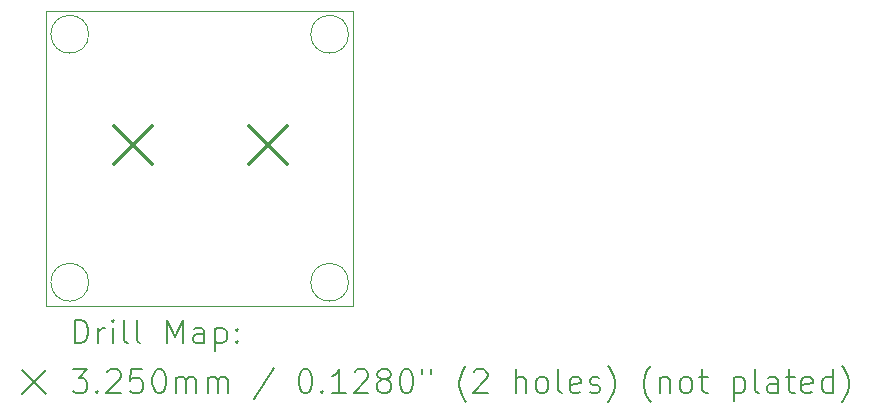
<source format=gbr>
%TF.GenerationSoftware,KiCad,Pcbnew,7.0.2-6a45011f42~172~ubuntu22.04.1*%
%TF.CreationDate,2023-07-12T13:58:45-05:00*%
%TF.ProjectId,Encoder,456e636f-6465-4722-9e6b-696361645f70,rev?*%
%TF.SameCoordinates,Original*%
%TF.FileFunction,Drillmap*%
%TF.FilePolarity,Positive*%
%FSLAX45Y45*%
G04 Gerber Fmt 4.5, Leading zero omitted, Abs format (unit mm)*
G04 Created by KiCad (PCBNEW 7.0.2-6a45011f42~172~ubuntu22.04.1) date 2023-07-12 13:58:45*
%MOMM*%
%LPD*%
G01*
G04 APERTURE LIST*
%ADD10C,0.100000*%
%ADD11C,0.200000*%
%ADD12C,0.325000*%
G04 APERTURE END LIST*
D10*
X7360000Y-5000000D02*
G75*
G03*
X7360000Y-5000000I-160000J0D01*
G01*
X5160000Y-5000000D02*
G75*
G03*
X5160000Y-5000000I-160000J0D01*
G01*
X4800000Y-4800000D02*
X7400000Y-4800000D01*
X7400000Y-7300000D01*
X4800000Y-7300000D01*
X4800000Y-4800000D01*
X5160000Y-7100000D02*
G75*
G03*
X5160000Y-7100000I-160000J0D01*
G01*
X7360000Y-7100000D02*
G75*
G03*
X7360000Y-7100000I-160000J0D01*
G01*
D11*
D12*
X5370500Y-5776500D02*
X5695500Y-6101500D01*
X5695500Y-5776500D02*
X5370500Y-6101500D01*
X6513500Y-5776500D02*
X6838500Y-6101500D01*
X6838500Y-5776500D02*
X6513500Y-6101500D01*
D11*
X5042619Y-7617524D02*
X5042619Y-7417524D01*
X5042619Y-7417524D02*
X5090238Y-7417524D01*
X5090238Y-7417524D02*
X5118810Y-7427048D01*
X5118810Y-7427048D02*
X5137857Y-7446095D01*
X5137857Y-7446095D02*
X5147381Y-7465143D01*
X5147381Y-7465143D02*
X5156905Y-7503238D01*
X5156905Y-7503238D02*
X5156905Y-7531809D01*
X5156905Y-7531809D02*
X5147381Y-7569905D01*
X5147381Y-7569905D02*
X5137857Y-7588952D01*
X5137857Y-7588952D02*
X5118810Y-7608000D01*
X5118810Y-7608000D02*
X5090238Y-7617524D01*
X5090238Y-7617524D02*
X5042619Y-7617524D01*
X5242619Y-7617524D02*
X5242619Y-7484190D01*
X5242619Y-7522286D02*
X5252143Y-7503238D01*
X5252143Y-7503238D02*
X5261667Y-7493714D01*
X5261667Y-7493714D02*
X5280714Y-7484190D01*
X5280714Y-7484190D02*
X5299762Y-7484190D01*
X5366429Y-7617524D02*
X5366429Y-7484190D01*
X5366429Y-7417524D02*
X5356905Y-7427048D01*
X5356905Y-7427048D02*
X5366429Y-7436571D01*
X5366429Y-7436571D02*
X5375952Y-7427048D01*
X5375952Y-7427048D02*
X5366429Y-7417524D01*
X5366429Y-7417524D02*
X5366429Y-7436571D01*
X5490238Y-7617524D02*
X5471190Y-7608000D01*
X5471190Y-7608000D02*
X5461667Y-7588952D01*
X5461667Y-7588952D02*
X5461667Y-7417524D01*
X5595000Y-7617524D02*
X5575952Y-7608000D01*
X5575952Y-7608000D02*
X5566429Y-7588952D01*
X5566429Y-7588952D02*
X5566429Y-7417524D01*
X5823571Y-7617524D02*
X5823571Y-7417524D01*
X5823571Y-7417524D02*
X5890238Y-7560381D01*
X5890238Y-7560381D02*
X5956905Y-7417524D01*
X5956905Y-7417524D02*
X5956905Y-7617524D01*
X6137857Y-7617524D02*
X6137857Y-7512762D01*
X6137857Y-7512762D02*
X6128333Y-7493714D01*
X6128333Y-7493714D02*
X6109286Y-7484190D01*
X6109286Y-7484190D02*
X6071190Y-7484190D01*
X6071190Y-7484190D02*
X6052143Y-7493714D01*
X6137857Y-7608000D02*
X6118809Y-7617524D01*
X6118809Y-7617524D02*
X6071190Y-7617524D01*
X6071190Y-7617524D02*
X6052143Y-7608000D01*
X6052143Y-7608000D02*
X6042619Y-7588952D01*
X6042619Y-7588952D02*
X6042619Y-7569905D01*
X6042619Y-7569905D02*
X6052143Y-7550857D01*
X6052143Y-7550857D02*
X6071190Y-7541333D01*
X6071190Y-7541333D02*
X6118809Y-7541333D01*
X6118809Y-7541333D02*
X6137857Y-7531809D01*
X6233095Y-7484190D02*
X6233095Y-7684190D01*
X6233095Y-7493714D02*
X6252143Y-7484190D01*
X6252143Y-7484190D02*
X6290238Y-7484190D01*
X6290238Y-7484190D02*
X6309286Y-7493714D01*
X6309286Y-7493714D02*
X6318809Y-7503238D01*
X6318809Y-7503238D02*
X6328333Y-7522286D01*
X6328333Y-7522286D02*
X6328333Y-7579428D01*
X6328333Y-7579428D02*
X6318809Y-7598476D01*
X6318809Y-7598476D02*
X6309286Y-7608000D01*
X6309286Y-7608000D02*
X6290238Y-7617524D01*
X6290238Y-7617524D02*
X6252143Y-7617524D01*
X6252143Y-7617524D02*
X6233095Y-7608000D01*
X6414048Y-7598476D02*
X6423571Y-7608000D01*
X6423571Y-7608000D02*
X6414048Y-7617524D01*
X6414048Y-7617524D02*
X6404524Y-7608000D01*
X6404524Y-7608000D02*
X6414048Y-7598476D01*
X6414048Y-7598476D02*
X6414048Y-7617524D01*
X6414048Y-7493714D02*
X6423571Y-7503238D01*
X6423571Y-7503238D02*
X6414048Y-7512762D01*
X6414048Y-7512762D02*
X6404524Y-7503238D01*
X6404524Y-7503238D02*
X6414048Y-7493714D01*
X6414048Y-7493714D02*
X6414048Y-7512762D01*
X4595000Y-7845000D02*
X4795000Y-8045000D01*
X4795000Y-7845000D02*
X4595000Y-8045000D01*
X5023571Y-7837524D02*
X5147381Y-7837524D01*
X5147381Y-7837524D02*
X5080714Y-7913714D01*
X5080714Y-7913714D02*
X5109286Y-7913714D01*
X5109286Y-7913714D02*
X5128333Y-7923238D01*
X5128333Y-7923238D02*
X5137857Y-7932762D01*
X5137857Y-7932762D02*
X5147381Y-7951809D01*
X5147381Y-7951809D02*
X5147381Y-7999428D01*
X5147381Y-7999428D02*
X5137857Y-8018476D01*
X5137857Y-8018476D02*
X5128333Y-8028000D01*
X5128333Y-8028000D02*
X5109286Y-8037524D01*
X5109286Y-8037524D02*
X5052143Y-8037524D01*
X5052143Y-8037524D02*
X5033095Y-8028000D01*
X5033095Y-8028000D02*
X5023571Y-8018476D01*
X5233095Y-8018476D02*
X5242619Y-8028000D01*
X5242619Y-8028000D02*
X5233095Y-8037524D01*
X5233095Y-8037524D02*
X5223571Y-8028000D01*
X5223571Y-8028000D02*
X5233095Y-8018476D01*
X5233095Y-8018476D02*
X5233095Y-8037524D01*
X5318810Y-7856571D02*
X5328333Y-7847048D01*
X5328333Y-7847048D02*
X5347381Y-7837524D01*
X5347381Y-7837524D02*
X5395000Y-7837524D01*
X5395000Y-7837524D02*
X5414048Y-7847048D01*
X5414048Y-7847048D02*
X5423571Y-7856571D01*
X5423571Y-7856571D02*
X5433095Y-7875619D01*
X5433095Y-7875619D02*
X5433095Y-7894667D01*
X5433095Y-7894667D02*
X5423571Y-7923238D01*
X5423571Y-7923238D02*
X5309286Y-8037524D01*
X5309286Y-8037524D02*
X5433095Y-8037524D01*
X5614048Y-7837524D02*
X5518810Y-7837524D01*
X5518810Y-7837524D02*
X5509286Y-7932762D01*
X5509286Y-7932762D02*
X5518810Y-7923238D01*
X5518810Y-7923238D02*
X5537857Y-7913714D01*
X5537857Y-7913714D02*
X5585476Y-7913714D01*
X5585476Y-7913714D02*
X5604524Y-7923238D01*
X5604524Y-7923238D02*
X5614048Y-7932762D01*
X5614048Y-7932762D02*
X5623571Y-7951809D01*
X5623571Y-7951809D02*
X5623571Y-7999428D01*
X5623571Y-7999428D02*
X5614048Y-8018476D01*
X5614048Y-8018476D02*
X5604524Y-8028000D01*
X5604524Y-8028000D02*
X5585476Y-8037524D01*
X5585476Y-8037524D02*
X5537857Y-8037524D01*
X5537857Y-8037524D02*
X5518810Y-8028000D01*
X5518810Y-8028000D02*
X5509286Y-8018476D01*
X5747381Y-7837524D02*
X5766429Y-7837524D01*
X5766429Y-7837524D02*
X5785476Y-7847048D01*
X5785476Y-7847048D02*
X5795000Y-7856571D01*
X5795000Y-7856571D02*
X5804524Y-7875619D01*
X5804524Y-7875619D02*
X5814048Y-7913714D01*
X5814048Y-7913714D02*
X5814048Y-7961333D01*
X5814048Y-7961333D02*
X5804524Y-7999428D01*
X5804524Y-7999428D02*
X5795000Y-8018476D01*
X5795000Y-8018476D02*
X5785476Y-8028000D01*
X5785476Y-8028000D02*
X5766429Y-8037524D01*
X5766429Y-8037524D02*
X5747381Y-8037524D01*
X5747381Y-8037524D02*
X5728333Y-8028000D01*
X5728333Y-8028000D02*
X5718809Y-8018476D01*
X5718809Y-8018476D02*
X5709286Y-7999428D01*
X5709286Y-7999428D02*
X5699762Y-7961333D01*
X5699762Y-7961333D02*
X5699762Y-7913714D01*
X5699762Y-7913714D02*
X5709286Y-7875619D01*
X5709286Y-7875619D02*
X5718809Y-7856571D01*
X5718809Y-7856571D02*
X5728333Y-7847048D01*
X5728333Y-7847048D02*
X5747381Y-7837524D01*
X5899762Y-8037524D02*
X5899762Y-7904190D01*
X5899762Y-7923238D02*
X5909286Y-7913714D01*
X5909286Y-7913714D02*
X5928333Y-7904190D01*
X5928333Y-7904190D02*
X5956905Y-7904190D01*
X5956905Y-7904190D02*
X5975952Y-7913714D01*
X5975952Y-7913714D02*
X5985476Y-7932762D01*
X5985476Y-7932762D02*
X5985476Y-8037524D01*
X5985476Y-7932762D02*
X5995000Y-7913714D01*
X5995000Y-7913714D02*
X6014048Y-7904190D01*
X6014048Y-7904190D02*
X6042619Y-7904190D01*
X6042619Y-7904190D02*
X6061667Y-7913714D01*
X6061667Y-7913714D02*
X6071190Y-7932762D01*
X6071190Y-7932762D02*
X6071190Y-8037524D01*
X6166429Y-8037524D02*
X6166429Y-7904190D01*
X6166429Y-7923238D02*
X6175952Y-7913714D01*
X6175952Y-7913714D02*
X6195000Y-7904190D01*
X6195000Y-7904190D02*
X6223571Y-7904190D01*
X6223571Y-7904190D02*
X6242619Y-7913714D01*
X6242619Y-7913714D02*
X6252143Y-7932762D01*
X6252143Y-7932762D02*
X6252143Y-8037524D01*
X6252143Y-7932762D02*
X6261667Y-7913714D01*
X6261667Y-7913714D02*
X6280714Y-7904190D01*
X6280714Y-7904190D02*
X6309286Y-7904190D01*
X6309286Y-7904190D02*
X6328333Y-7913714D01*
X6328333Y-7913714D02*
X6337857Y-7932762D01*
X6337857Y-7932762D02*
X6337857Y-8037524D01*
X6728333Y-7828000D02*
X6556905Y-8085143D01*
X6985476Y-7837524D02*
X7004524Y-7837524D01*
X7004524Y-7837524D02*
X7023572Y-7847048D01*
X7023572Y-7847048D02*
X7033095Y-7856571D01*
X7033095Y-7856571D02*
X7042619Y-7875619D01*
X7042619Y-7875619D02*
X7052143Y-7913714D01*
X7052143Y-7913714D02*
X7052143Y-7961333D01*
X7052143Y-7961333D02*
X7042619Y-7999428D01*
X7042619Y-7999428D02*
X7033095Y-8018476D01*
X7033095Y-8018476D02*
X7023572Y-8028000D01*
X7023572Y-8028000D02*
X7004524Y-8037524D01*
X7004524Y-8037524D02*
X6985476Y-8037524D01*
X6985476Y-8037524D02*
X6966429Y-8028000D01*
X6966429Y-8028000D02*
X6956905Y-8018476D01*
X6956905Y-8018476D02*
X6947381Y-7999428D01*
X6947381Y-7999428D02*
X6937857Y-7961333D01*
X6937857Y-7961333D02*
X6937857Y-7913714D01*
X6937857Y-7913714D02*
X6947381Y-7875619D01*
X6947381Y-7875619D02*
X6956905Y-7856571D01*
X6956905Y-7856571D02*
X6966429Y-7847048D01*
X6966429Y-7847048D02*
X6985476Y-7837524D01*
X7137857Y-8018476D02*
X7147381Y-8028000D01*
X7147381Y-8028000D02*
X7137857Y-8037524D01*
X7137857Y-8037524D02*
X7128333Y-8028000D01*
X7128333Y-8028000D02*
X7137857Y-8018476D01*
X7137857Y-8018476D02*
X7137857Y-8037524D01*
X7337857Y-8037524D02*
X7223572Y-8037524D01*
X7280714Y-8037524D02*
X7280714Y-7837524D01*
X7280714Y-7837524D02*
X7261667Y-7866095D01*
X7261667Y-7866095D02*
X7242619Y-7885143D01*
X7242619Y-7885143D02*
X7223572Y-7894667D01*
X7414048Y-7856571D02*
X7423572Y-7847048D01*
X7423572Y-7847048D02*
X7442619Y-7837524D01*
X7442619Y-7837524D02*
X7490238Y-7837524D01*
X7490238Y-7837524D02*
X7509286Y-7847048D01*
X7509286Y-7847048D02*
X7518810Y-7856571D01*
X7518810Y-7856571D02*
X7528333Y-7875619D01*
X7528333Y-7875619D02*
X7528333Y-7894667D01*
X7528333Y-7894667D02*
X7518810Y-7923238D01*
X7518810Y-7923238D02*
X7404524Y-8037524D01*
X7404524Y-8037524D02*
X7528333Y-8037524D01*
X7642619Y-7923238D02*
X7623572Y-7913714D01*
X7623572Y-7913714D02*
X7614048Y-7904190D01*
X7614048Y-7904190D02*
X7604524Y-7885143D01*
X7604524Y-7885143D02*
X7604524Y-7875619D01*
X7604524Y-7875619D02*
X7614048Y-7856571D01*
X7614048Y-7856571D02*
X7623572Y-7847048D01*
X7623572Y-7847048D02*
X7642619Y-7837524D01*
X7642619Y-7837524D02*
X7680714Y-7837524D01*
X7680714Y-7837524D02*
X7699762Y-7847048D01*
X7699762Y-7847048D02*
X7709286Y-7856571D01*
X7709286Y-7856571D02*
X7718810Y-7875619D01*
X7718810Y-7875619D02*
X7718810Y-7885143D01*
X7718810Y-7885143D02*
X7709286Y-7904190D01*
X7709286Y-7904190D02*
X7699762Y-7913714D01*
X7699762Y-7913714D02*
X7680714Y-7923238D01*
X7680714Y-7923238D02*
X7642619Y-7923238D01*
X7642619Y-7923238D02*
X7623572Y-7932762D01*
X7623572Y-7932762D02*
X7614048Y-7942286D01*
X7614048Y-7942286D02*
X7604524Y-7961333D01*
X7604524Y-7961333D02*
X7604524Y-7999428D01*
X7604524Y-7999428D02*
X7614048Y-8018476D01*
X7614048Y-8018476D02*
X7623572Y-8028000D01*
X7623572Y-8028000D02*
X7642619Y-8037524D01*
X7642619Y-8037524D02*
X7680714Y-8037524D01*
X7680714Y-8037524D02*
X7699762Y-8028000D01*
X7699762Y-8028000D02*
X7709286Y-8018476D01*
X7709286Y-8018476D02*
X7718810Y-7999428D01*
X7718810Y-7999428D02*
X7718810Y-7961333D01*
X7718810Y-7961333D02*
X7709286Y-7942286D01*
X7709286Y-7942286D02*
X7699762Y-7932762D01*
X7699762Y-7932762D02*
X7680714Y-7923238D01*
X7842619Y-7837524D02*
X7861667Y-7837524D01*
X7861667Y-7837524D02*
X7880714Y-7847048D01*
X7880714Y-7847048D02*
X7890238Y-7856571D01*
X7890238Y-7856571D02*
X7899762Y-7875619D01*
X7899762Y-7875619D02*
X7909286Y-7913714D01*
X7909286Y-7913714D02*
X7909286Y-7961333D01*
X7909286Y-7961333D02*
X7899762Y-7999428D01*
X7899762Y-7999428D02*
X7890238Y-8018476D01*
X7890238Y-8018476D02*
X7880714Y-8028000D01*
X7880714Y-8028000D02*
X7861667Y-8037524D01*
X7861667Y-8037524D02*
X7842619Y-8037524D01*
X7842619Y-8037524D02*
X7823572Y-8028000D01*
X7823572Y-8028000D02*
X7814048Y-8018476D01*
X7814048Y-8018476D02*
X7804524Y-7999428D01*
X7804524Y-7999428D02*
X7795000Y-7961333D01*
X7795000Y-7961333D02*
X7795000Y-7913714D01*
X7795000Y-7913714D02*
X7804524Y-7875619D01*
X7804524Y-7875619D02*
X7814048Y-7856571D01*
X7814048Y-7856571D02*
X7823572Y-7847048D01*
X7823572Y-7847048D02*
X7842619Y-7837524D01*
X7985476Y-7837524D02*
X7985476Y-7875619D01*
X8061667Y-7837524D02*
X8061667Y-7875619D01*
X8356905Y-8113714D02*
X8347381Y-8104190D01*
X8347381Y-8104190D02*
X8328334Y-8075619D01*
X8328334Y-8075619D02*
X8318810Y-8056571D01*
X8318810Y-8056571D02*
X8309286Y-8028000D01*
X8309286Y-8028000D02*
X8299762Y-7980381D01*
X8299762Y-7980381D02*
X8299762Y-7942286D01*
X8299762Y-7942286D02*
X8309286Y-7894667D01*
X8309286Y-7894667D02*
X8318810Y-7866095D01*
X8318810Y-7866095D02*
X8328334Y-7847048D01*
X8328334Y-7847048D02*
X8347381Y-7818476D01*
X8347381Y-7818476D02*
X8356905Y-7808952D01*
X8423572Y-7856571D02*
X8433096Y-7847048D01*
X8433096Y-7847048D02*
X8452143Y-7837524D01*
X8452143Y-7837524D02*
X8499762Y-7837524D01*
X8499762Y-7837524D02*
X8518810Y-7847048D01*
X8518810Y-7847048D02*
X8528334Y-7856571D01*
X8528334Y-7856571D02*
X8537857Y-7875619D01*
X8537857Y-7875619D02*
X8537857Y-7894667D01*
X8537857Y-7894667D02*
X8528334Y-7923238D01*
X8528334Y-7923238D02*
X8414048Y-8037524D01*
X8414048Y-8037524D02*
X8537857Y-8037524D01*
X8775953Y-8037524D02*
X8775953Y-7837524D01*
X8861667Y-8037524D02*
X8861667Y-7932762D01*
X8861667Y-7932762D02*
X8852143Y-7913714D01*
X8852143Y-7913714D02*
X8833096Y-7904190D01*
X8833096Y-7904190D02*
X8804524Y-7904190D01*
X8804524Y-7904190D02*
X8785477Y-7913714D01*
X8785477Y-7913714D02*
X8775953Y-7923238D01*
X8985477Y-8037524D02*
X8966429Y-8028000D01*
X8966429Y-8028000D02*
X8956905Y-8018476D01*
X8956905Y-8018476D02*
X8947381Y-7999428D01*
X8947381Y-7999428D02*
X8947381Y-7942286D01*
X8947381Y-7942286D02*
X8956905Y-7923238D01*
X8956905Y-7923238D02*
X8966429Y-7913714D01*
X8966429Y-7913714D02*
X8985477Y-7904190D01*
X8985477Y-7904190D02*
X9014048Y-7904190D01*
X9014048Y-7904190D02*
X9033096Y-7913714D01*
X9033096Y-7913714D02*
X9042619Y-7923238D01*
X9042619Y-7923238D02*
X9052143Y-7942286D01*
X9052143Y-7942286D02*
X9052143Y-7999428D01*
X9052143Y-7999428D02*
X9042619Y-8018476D01*
X9042619Y-8018476D02*
X9033096Y-8028000D01*
X9033096Y-8028000D02*
X9014048Y-8037524D01*
X9014048Y-8037524D02*
X8985477Y-8037524D01*
X9166429Y-8037524D02*
X9147381Y-8028000D01*
X9147381Y-8028000D02*
X9137858Y-8008952D01*
X9137858Y-8008952D02*
X9137858Y-7837524D01*
X9318810Y-8028000D02*
X9299762Y-8037524D01*
X9299762Y-8037524D02*
X9261667Y-8037524D01*
X9261667Y-8037524D02*
X9242619Y-8028000D01*
X9242619Y-8028000D02*
X9233096Y-8008952D01*
X9233096Y-8008952D02*
X9233096Y-7932762D01*
X9233096Y-7932762D02*
X9242619Y-7913714D01*
X9242619Y-7913714D02*
X9261667Y-7904190D01*
X9261667Y-7904190D02*
X9299762Y-7904190D01*
X9299762Y-7904190D02*
X9318810Y-7913714D01*
X9318810Y-7913714D02*
X9328334Y-7932762D01*
X9328334Y-7932762D02*
X9328334Y-7951809D01*
X9328334Y-7951809D02*
X9233096Y-7970857D01*
X9404524Y-8028000D02*
X9423572Y-8037524D01*
X9423572Y-8037524D02*
X9461667Y-8037524D01*
X9461667Y-8037524D02*
X9480715Y-8028000D01*
X9480715Y-8028000D02*
X9490239Y-8008952D01*
X9490239Y-8008952D02*
X9490239Y-7999428D01*
X9490239Y-7999428D02*
X9480715Y-7980381D01*
X9480715Y-7980381D02*
X9461667Y-7970857D01*
X9461667Y-7970857D02*
X9433096Y-7970857D01*
X9433096Y-7970857D02*
X9414048Y-7961333D01*
X9414048Y-7961333D02*
X9404524Y-7942286D01*
X9404524Y-7942286D02*
X9404524Y-7932762D01*
X9404524Y-7932762D02*
X9414048Y-7913714D01*
X9414048Y-7913714D02*
X9433096Y-7904190D01*
X9433096Y-7904190D02*
X9461667Y-7904190D01*
X9461667Y-7904190D02*
X9480715Y-7913714D01*
X9556905Y-8113714D02*
X9566429Y-8104190D01*
X9566429Y-8104190D02*
X9585477Y-8075619D01*
X9585477Y-8075619D02*
X9595000Y-8056571D01*
X9595000Y-8056571D02*
X9604524Y-8028000D01*
X9604524Y-8028000D02*
X9614048Y-7980381D01*
X9614048Y-7980381D02*
X9614048Y-7942286D01*
X9614048Y-7942286D02*
X9604524Y-7894667D01*
X9604524Y-7894667D02*
X9595000Y-7866095D01*
X9595000Y-7866095D02*
X9585477Y-7847048D01*
X9585477Y-7847048D02*
X9566429Y-7818476D01*
X9566429Y-7818476D02*
X9556905Y-7808952D01*
X9918810Y-8113714D02*
X9909286Y-8104190D01*
X9909286Y-8104190D02*
X9890239Y-8075619D01*
X9890239Y-8075619D02*
X9880715Y-8056571D01*
X9880715Y-8056571D02*
X9871191Y-8028000D01*
X9871191Y-8028000D02*
X9861667Y-7980381D01*
X9861667Y-7980381D02*
X9861667Y-7942286D01*
X9861667Y-7942286D02*
X9871191Y-7894667D01*
X9871191Y-7894667D02*
X9880715Y-7866095D01*
X9880715Y-7866095D02*
X9890239Y-7847048D01*
X9890239Y-7847048D02*
X9909286Y-7818476D01*
X9909286Y-7818476D02*
X9918810Y-7808952D01*
X9995000Y-7904190D02*
X9995000Y-8037524D01*
X9995000Y-7923238D02*
X10004524Y-7913714D01*
X10004524Y-7913714D02*
X10023572Y-7904190D01*
X10023572Y-7904190D02*
X10052143Y-7904190D01*
X10052143Y-7904190D02*
X10071191Y-7913714D01*
X10071191Y-7913714D02*
X10080715Y-7932762D01*
X10080715Y-7932762D02*
X10080715Y-8037524D01*
X10204524Y-8037524D02*
X10185477Y-8028000D01*
X10185477Y-8028000D02*
X10175953Y-8018476D01*
X10175953Y-8018476D02*
X10166429Y-7999428D01*
X10166429Y-7999428D02*
X10166429Y-7942286D01*
X10166429Y-7942286D02*
X10175953Y-7923238D01*
X10175953Y-7923238D02*
X10185477Y-7913714D01*
X10185477Y-7913714D02*
X10204524Y-7904190D01*
X10204524Y-7904190D02*
X10233096Y-7904190D01*
X10233096Y-7904190D02*
X10252143Y-7913714D01*
X10252143Y-7913714D02*
X10261667Y-7923238D01*
X10261667Y-7923238D02*
X10271191Y-7942286D01*
X10271191Y-7942286D02*
X10271191Y-7999428D01*
X10271191Y-7999428D02*
X10261667Y-8018476D01*
X10261667Y-8018476D02*
X10252143Y-8028000D01*
X10252143Y-8028000D02*
X10233096Y-8037524D01*
X10233096Y-8037524D02*
X10204524Y-8037524D01*
X10328334Y-7904190D02*
X10404524Y-7904190D01*
X10356905Y-7837524D02*
X10356905Y-8008952D01*
X10356905Y-8008952D02*
X10366429Y-8028000D01*
X10366429Y-8028000D02*
X10385477Y-8037524D01*
X10385477Y-8037524D02*
X10404524Y-8037524D01*
X10623572Y-7904190D02*
X10623572Y-8104190D01*
X10623572Y-7913714D02*
X10642620Y-7904190D01*
X10642620Y-7904190D02*
X10680715Y-7904190D01*
X10680715Y-7904190D02*
X10699762Y-7913714D01*
X10699762Y-7913714D02*
X10709286Y-7923238D01*
X10709286Y-7923238D02*
X10718810Y-7942286D01*
X10718810Y-7942286D02*
X10718810Y-7999428D01*
X10718810Y-7999428D02*
X10709286Y-8018476D01*
X10709286Y-8018476D02*
X10699762Y-8028000D01*
X10699762Y-8028000D02*
X10680715Y-8037524D01*
X10680715Y-8037524D02*
X10642620Y-8037524D01*
X10642620Y-8037524D02*
X10623572Y-8028000D01*
X10833096Y-8037524D02*
X10814048Y-8028000D01*
X10814048Y-8028000D02*
X10804524Y-8008952D01*
X10804524Y-8008952D02*
X10804524Y-7837524D01*
X10995001Y-8037524D02*
X10995001Y-7932762D01*
X10995001Y-7932762D02*
X10985477Y-7913714D01*
X10985477Y-7913714D02*
X10966429Y-7904190D01*
X10966429Y-7904190D02*
X10928334Y-7904190D01*
X10928334Y-7904190D02*
X10909286Y-7913714D01*
X10995001Y-8028000D02*
X10975953Y-8037524D01*
X10975953Y-8037524D02*
X10928334Y-8037524D01*
X10928334Y-8037524D02*
X10909286Y-8028000D01*
X10909286Y-8028000D02*
X10899762Y-8008952D01*
X10899762Y-8008952D02*
X10899762Y-7989905D01*
X10899762Y-7989905D02*
X10909286Y-7970857D01*
X10909286Y-7970857D02*
X10928334Y-7961333D01*
X10928334Y-7961333D02*
X10975953Y-7961333D01*
X10975953Y-7961333D02*
X10995001Y-7951809D01*
X11061667Y-7904190D02*
X11137858Y-7904190D01*
X11090239Y-7837524D02*
X11090239Y-8008952D01*
X11090239Y-8008952D02*
X11099762Y-8028000D01*
X11099762Y-8028000D02*
X11118810Y-8037524D01*
X11118810Y-8037524D02*
X11137858Y-8037524D01*
X11280715Y-8028000D02*
X11261667Y-8037524D01*
X11261667Y-8037524D02*
X11223572Y-8037524D01*
X11223572Y-8037524D02*
X11204524Y-8028000D01*
X11204524Y-8028000D02*
X11195000Y-8008952D01*
X11195000Y-8008952D02*
X11195000Y-7932762D01*
X11195000Y-7932762D02*
X11204524Y-7913714D01*
X11204524Y-7913714D02*
X11223572Y-7904190D01*
X11223572Y-7904190D02*
X11261667Y-7904190D01*
X11261667Y-7904190D02*
X11280715Y-7913714D01*
X11280715Y-7913714D02*
X11290239Y-7932762D01*
X11290239Y-7932762D02*
X11290239Y-7951809D01*
X11290239Y-7951809D02*
X11195000Y-7970857D01*
X11461667Y-8037524D02*
X11461667Y-7837524D01*
X11461667Y-8028000D02*
X11442620Y-8037524D01*
X11442620Y-8037524D02*
X11404524Y-8037524D01*
X11404524Y-8037524D02*
X11385477Y-8028000D01*
X11385477Y-8028000D02*
X11375953Y-8018476D01*
X11375953Y-8018476D02*
X11366429Y-7999428D01*
X11366429Y-7999428D02*
X11366429Y-7942286D01*
X11366429Y-7942286D02*
X11375953Y-7923238D01*
X11375953Y-7923238D02*
X11385477Y-7913714D01*
X11385477Y-7913714D02*
X11404524Y-7904190D01*
X11404524Y-7904190D02*
X11442620Y-7904190D01*
X11442620Y-7904190D02*
X11461667Y-7913714D01*
X11537858Y-8113714D02*
X11547381Y-8104190D01*
X11547381Y-8104190D02*
X11566429Y-8075619D01*
X11566429Y-8075619D02*
X11575953Y-8056571D01*
X11575953Y-8056571D02*
X11585477Y-8028000D01*
X11585477Y-8028000D02*
X11595000Y-7980381D01*
X11595000Y-7980381D02*
X11595000Y-7942286D01*
X11595000Y-7942286D02*
X11585477Y-7894667D01*
X11585477Y-7894667D02*
X11575953Y-7866095D01*
X11575953Y-7866095D02*
X11566429Y-7847048D01*
X11566429Y-7847048D02*
X11547381Y-7818476D01*
X11547381Y-7818476D02*
X11537858Y-7808952D01*
M02*

</source>
